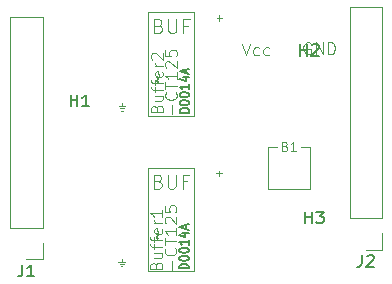
<source format=gbr>
%TF.GenerationSoftware,KiCad,Pcbnew,9.0.3*%
%TF.CreationDate,2025-08-21T17:44:14+02:00*%
%TF.ProjectId,Tri-State-Buffer,5472692d-5374-4617-9465-2d4275666665,rev?*%
%TF.SameCoordinates,Original*%
%TF.FileFunction,Legend,Top*%
%TF.FilePolarity,Positive*%
%FSLAX46Y46*%
G04 Gerber Fmt 4.6, Leading zero omitted, Abs format (unit mm)*
G04 Created by KiCad (PCBNEW 9.0.3) date 2025-08-21 17:44:14*
%MOMM*%
%LPD*%
G01*
G04 APERTURE LIST*
%ADD10C,0.150000*%
%ADD11C,0.100000*%
%ADD12C,0.120000*%
G04 APERTURE END LIST*
D10*
X58838095Y-49904819D02*
X58838095Y-48904819D01*
X58838095Y-49381009D02*
X59409523Y-49381009D01*
X59409523Y-49904819D02*
X59409523Y-48904819D01*
X59790476Y-48904819D02*
X60409523Y-48904819D01*
X60409523Y-48904819D02*
X60076190Y-49285771D01*
X60076190Y-49285771D02*
X60219047Y-49285771D01*
X60219047Y-49285771D02*
X60314285Y-49333390D01*
X60314285Y-49333390D02*
X60361904Y-49381009D01*
X60361904Y-49381009D02*
X60409523Y-49476247D01*
X60409523Y-49476247D02*
X60409523Y-49714342D01*
X60409523Y-49714342D02*
X60361904Y-49809580D01*
X60361904Y-49809580D02*
X60314285Y-49857200D01*
X60314285Y-49857200D02*
X60219047Y-49904819D01*
X60219047Y-49904819D02*
X59933333Y-49904819D01*
X59933333Y-49904819D02*
X59838095Y-49857200D01*
X59838095Y-49857200D02*
X59790476Y-49809580D01*
X58438095Y-35704819D02*
X58438095Y-34704819D01*
X58438095Y-35181009D02*
X59009523Y-35181009D01*
X59009523Y-35704819D02*
X59009523Y-34704819D01*
X59438095Y-34800057D02*
X59485714Y-34752438D01*
X59485714Y-34752438D02*
X59580952Y-34704819D01*
X59580952Y-34704819D02*
X59819047Y-34704819D01*
X59819047Y-34704819D02*
X59914285Y-34752438D01*
X59914285Y-34752438D02*
X59961904Y-34800057D01*
X59961904Y-34800057D02*
X60009523Y-34895295D01*
X60009523Y-34895295D02*
X60009523Y-34990533D01*
X60009523Y-34990533D02*
X59961904Y-35133390D01*
X59961904Y-35133390D02*
X59390476Y-35704819D01*
X59390476Y-35704819D02*
X60009523Y-35704819D01*
X38988095Y-40004819D02*
X38988095Y-39004819D01*
X38988095Y-39481009D02*
X39559523Y-39481009D01*
X39559523Y-40004819D02*
X39559523Y-39004819D01*
X40559523Y-40004819D02*
X39988095Y-40004819D01*
X40273809Y-40004819D02*
X40273809Y-39004819D01*
X40273809Y-39004819D02*
X40178571Y-39147676D01*
X40178571Y-39147676D02*
X40083333Y-39242914D01*
X40083333Y-39242914D02*
X39988095Y-39290533D01*
X63666666Y-52574819D02*
X63666666Y-53289104D01*
X63666666Y-53289104D02*
X63619047Y-53431961D01*
X63619047Y-53431961D02*
X63523809Y-53527200D01*
X63523809Y-53527200D02*
X63380952Y-53574819D01*
X63380952Y-53574819D02*
X63285714Y-53574819D01*
X64095238Y-52670057D02*
X64142857Y-52622438D01*
X64142857Y-52622438D02*
X64238095Y-52574819D01*
X64238095Y-52574819D02*
X64476190Y-52574819D01*
X64476190Y-52574819D02*
X64571428Y-52622438D01*
X64571428Y-52622438D02*
X64619047Y-52670057D01*
X64619047Y-52670057D02*
X64666666Y-52765295D01*
X64666666Y-52765295D02*
X64666666Y-52860533D01*
X64666666Y-52860533D02*
X64619047Y-53003390D01*
X64619047Y-53003390D02*
X64047619Y-53574819D01*
X64047619Y-53574819D02*
X64666666Y-53574819D01*
D11*
X59277693Y-34620038D02*
X59182455Y-34572419D01*
X59182455Y-34572419D02*
X59039598Y-34572419D01*
X59039598Y-34572419D02*
X58896741Y-34620038D01*
X58896741Y-34620038D02*
X58801503Y-34715276D01*
X58801503Y-34715276D02*
X58753884Y-34810514D01*
X58753884Y-34810514D02*
X58706265Y-35000990D01*
X58706265Y-35000990D02*
X58706265Y-35143847D01*
X58706265Y-35143847D02*
X58753884Y-35334323D01*
X58753884Y-35334323D02*
X58801503Y-35429561D01*
X58801503Y-35429561D02*
X58896741Y-35524800D01*
X58896741Y-35524800D02*
X59039598Y-35572419D01*
X59039598Y-35572419D02*
X59134836Y-35572419D01*
X59134836Y-35572419D02*
X59277693Y-35524800D01*
X59277693Y-35524800D02*
X59325312Y-35477180D01*
X59325312Y-35477180D02*
X59325312Y-35143847D01*
X59325312Y-35143847D02*
X59134836Y-35143847D01*
X59753884Y-35572419D02*
X59753884Y-34572419D01*
X59753884Y-34572419D02*
X60325312Y-35572419D01*
X60325312Y-35572419D02*
X60325312Y-34572419D01*
X60801503Y-35572419D02*
X60801503Y-34572419D01*
X60801503Y-34572419D02*
X61039598Y-34572419D01*
X61039598Y-34572419D02*
X61182455Y-34620038D01*
X61182455Y-34620038D02*
X61277693Y-34715276D01*
X61277693Y-34715276D02*
X61325312Y-34810514D01*
X61325312Y-34810514D02*
X61372931Y-35000990D01*
X61372931Y-35000990D02*
X61372931Y-35143847D01*
X61372931Y-35143847D02*
X61325312Y-35334323D01*
X61325312Y-35334323D02*
X61277693Y-35429561D01*
X61277693Y-35429561D02*
X61182455Y-35524800D01*
X61182455Y-35524800D02*
X61039598Y-35572419D01*
X61039598Y-35572419D02*
X60801503Y-35572419D01*
X53511027Y-34672419D02*
X53844360Y-35672419D01*
X53844360Y-35672419D02*
X54177693Y-34672419D01*
X54939598Y-35624800D02*
X54844360Y-35672419D01*
X54844360Y-35672419D02*
X54653884Y-35672419D01*
X54653884Y-35672419D02*
X54558646Y-35624800D01*
X54558646Y-35624800D02*
X54511027Y-35577180D01*
X54511027Y-35577180D02*
X54463408Y-35481942D01*
X54463408Y-35481942D02*
X54463408Y-35196228D01*
X54463408Y-35196228D02*
X54511027Y-35100990D01*
X54511027Y-35100990D02*
X54558646Y-35053371D01*
X54558646Y-35053371D02*
X54653884Y-35005752D01*
X54653884Y-35005752D02*
X54844360Y-35005752D01*
X54844360Y-35005752D02*
X54939598Y-35053371D01*
X55796741Y-35624800D02*
X55701503Y-35672419D01*
X55701503Y-35672419D02*
X55511027Y-35672419D01*
X55511027Y-35672419D02*
X55415789Y-35624800D01*
X55415789Y-35624800D02*
X55368170Y-35577180D01*
X55368170Y-35577180D02*
X55320551Y-35481942D01*
X55320551Y-35481942D02*
X55320551Y-35196228D01*
X55320551Y-35196228D02*
X55368170Y-35100990D01*
X55368170Y-35100990D02*
X55415789Y-35053371D01*
X55415789Y-35053371D02*
X55511027Y-35005752D01*
X55511027Y-35005752D02*
X55701503Y-35005752D01*
X55701503Y-35005752D02*
X55796741Y-35053371D01*
X46233609Y-53466667D02*
X46281228Y-53323810D01*
X46281228Y-53323810D02*
X46328847Y-53276191D01*
X46328847Y-53276191D02*
X46424085Y-53228572D01*
X46424085Y-53228572D02*
X46566942Y-53228572D01*
X46566942Y-53228572D02*
X46662180Y-53276191D01*
X46662180Y-53276191D02*
X46709800Y-53323810D01*
X46709800Y-53323810D02*
X46757419Y-53419048D01*
X46757419Y-53419048D02*
X46757419Y-53800000D01*
X46757419Y-53800000D02*
X45757419Y-53800000D01*
X45757419Y-53800000D02*
X45757419Y-53466667D01*
X45757419Y-53466667D02*
X45805038Y-53371429D01*
X45805038Y-53371429D02*
X45852657Y-53323810D01*
X45852657Y-53323810D02*
X45947895Y-53276191D01*
X45947895Y-53276191D02*
X46043133Y-53276191D01*
X46043133Y-53276191D02*
X46138371Y-53323810D01*
X46138371Y-53323810D02*
X46185990Y-53371429D01*
X46185990Y-53371429D02*
X46233609Y-53466667D01*
X46233609Y-53466667D02*
X46233609Y-53800000D01*
X46090752Y-52371429D02*
X46757419Y-52371429D01*
X46090752Y-52800000D02*
X46614561Y-52800000D01*
X46614561Y-52800000D02*
X46709800Y-52752381D01*
X46709800Y-52752381D02*
X46757419Y-52657143D01*
X46757419Y-52657143D02*
X46757419Y-52514286D01*
X46757419Y-52514286D02*
X46709800Y-52419048D01*
X46709800Y-52419048D02*
X46662180Y-52371429D01*
X46090752Y-52038095D02*
X46090752Y-51657143D01*
X46757419Y-51895238D02*
X45900276Y-51895238D01*
X45900276Y-51895238D02*
X45805038Y-51847619D01*
X45805038Y-51847619D02*
X45757419Y-51752381D01*
X45757419Y-51752381D02*
X45757419Y-51657143D01*
X46090752Y-51466666D02*
X46090752Y-51085714D01*
X46757419Y-51323809D02*
X45900276Y-51323809D01*
X45900276Y-51323809D02*
X45805038Y-51276190D01*
X45805038Y-51276190D02*
X45757419Y-51180952D01*
X45757419Y-51180952D02*
X45757419Y-51085714D01*
X46709800Y-50371428D02*
X46757419Y-50466666D01*
X46757419Y-50466666D02*
X46757419Y-50657142D01*
X46757419Y-50657142D02*
X46709800Y-50752380D01*
X46709800Y-50752380D02*
X46614561Y-50799999D01*
X46614561Y-50799999D02*
X46233609Y-50799999D01*
X46233609Y-50799999D02*
X46138371Y-50752380D01*
X46138371Y-50752380D02*
X46090752Y-50657142D01*
X46090752Y-50657142D02*
X46090752Y-50466666D01*
X46090752Y-50466666D02*
X46138371Y-50371428D01*
X46138371Y-50371428D02*
X46233609Y-50323809D01*
X46233609Y-50323809D02*
X46328847Y-50323809D01*
X46328847Y-50323809D02*
X46424085Y-50799999D01*
X46757419Y-49895237D02*
X46090752Y-49895237D01*
X46281228Y-49895237D02*
X46185990Y-49847618D01*
X46185990Y-49847618D02*
X46138371Y-49799999D01*
X46138371Y-49799999D02*
X46090752Y-49704761D01*
X46090752Y-49704761D02*
X46090752Y-49609523D01*
X46757419Y-48752380D02*
X46757419Y-49323808D01*
X46757419Y-49038094D02*
X45757419Y-49038094D01*
X45757419Y-49038094D02*
X45900276Y-49133332D01*
X45900276Y-49133332D02*
X45995514Y-49228570D01*
X45995514Y-49228570D02*
X46043133Y-49323808D01*
D10*
X46374866Y-51198904D02*
X46327247Y-51151285D01*
X46327247Y-51151285D02*
X46279628Y-51056047D01*
X46279628Y-51056047D02*
X46374866Y-50865571D01*
X46374866Y-50865571D02*
X46327247Y-50770333D01*
X46327247Y-50770333D02*
X46279628Y-50722714D01*
D11*
X47570466Y-53808115D02*
X47570466Y-53046211D01*
X47856180Y-51998592D02*
X47903800Y-52046211D01*
X47903800Y-52046211D02*
X47951419Y-52189068D01*
X47951419Y-52189068D02*
X47951419Y-52284306D01*
X47951419Y-52284306D02*
X47903800Y-52427163D01*
X47903800Y-52427163D02*
X47808561Y-52522401D01*
X47808561Y-52522401D02*
X47713323Y-52570020D01*
X47713323Y-52570020D02*
X47522847Y-52617639D01*
X47522847Y-52617639D02*
X47379990Y-52617639D01*
X47379990Y-52617639D02*
X47189514Y-52570020D01*
X47189514Y-52570020D02*
X47094276Y-52522401D01*
X47094276Y-52522401D02*
X46999038Y-52427163D01*
X46999038Y-52427163D02*
X46951419Y-52284306D01*
X46951419Y-52284306D02*
X46951419Y-52189068D01*
X46951419Y-52189068D02*
X46999038Y-52046211D01*
X46999038Y-52046211D02*
X47046657Y-51998592D01*
X46951419Y-51712877D02*
X46951419Y-51141449D01*
X47951419Y-51427163D02*
X46951419Y-51427163D01*
X47951419Y-50284306D02*
X47951419Y-50855734D01*
X47951419Y-50570020D02*
X46951419Y-50570020D01*
X46951419Y-50570020D02*
X47094276Y-50665258D01*
X47094276Y-50665258D02*
X47189514Y-50760496D01*
X47189514Y-50760496D02*
X47237133Y-50855734D01*
X47046657Y-49903353D02*
X46999038Y-49855734D01*
X46999038Y-49855734D02*
X46951419Y-49760496D01*
X46951419Y-49760496D02*
X46951419Y-49522401D01*
X46951419Y-49522401D02*
X46999038Y-49427163D01*
X46999038Y-49427163D02*
X47046657Y-49379544D01*
X47046657Y-49379544D02*
X47141895Y-49331925D01*
X47141895Y-49331925D02*
X47237133Y-49331925D01*
X47237133Y-49331925D02*
X47379990Y-49379544D01*
X47379990Y-49379544D02*
X47951419Y-49950972D01*
X47951419Y-49950972D02*
X47951419Y-49331925D01*
X46951419Y-48427163D02*
X46951419Y-48903353D01*
X46951419Y-48903353D02*
X47427609Y-48950972D01*
X47427609Y-48950972D02*
X47379990Y-48903353D01*
X47379990Y-48903353D02*
X47332371Y-48808115D01*
X47332371Y-48808115D02*
X47332371Y-48570020D01*
X47332371Y-48570020D02*
X47379990Y-48474782D01*
X47379990Y-48474782D02*
X47427609Y-48427163D01*
X47427609Y-48427163D02*
X47522847Y-48379544D01*
X47522847Y-48379544D02*
X47760942Y-48379544D01*
X47760942Y-48379544D02*
X47856180Y-48427163D01*
X47856180Y-48427163D02*
X47903800Y-48474782D01*
X47903800Y-48474782D02*
X47951419Y-48570020D01*
X47951419Y-48570020D02*
X47951419Y-48808115D01*
X47951419Y-48808115D02*
X47903800Y-48903353D01*
X47903800Y-48903353D02*
X47856180Y-48950972D01*
D10*
X48989295Y-53719649D02*
X48189295Y-53719649D01*
X48189295Y-53719649D02*
X48189295Y-53552982D01*
X48189295Y-53552982D02*
X48227390Y-53452982D01*
X48227390Y-53452982D02*
X48303580Y-53386316D01*
X48303580Y-53386316D02*
X48379771Y-53352982D01*
X48379771Y-53352982D02*
X48532152Y-53319649D01*
X48532152Y-53319649D02*
X48646438Y-53319649D01*
X48646438Y-53319649D02*
X48798819Y-53352982D01*
X48798819Y-53352982D02*
X48875009Y-53386316D01*
X48875009Y-53386316D02*
X48951200Y-53452982D01*
X48951200Y-53452982D02*
X48989295Y-53552982D01*
X48989295Y-53552982D02*
X48989295Y-53719649D01*
X48189295Y-52886316D02*
X48189295Y-52819649D01*
X48189295Y-52819649D02*
X48227390Y-52752982D01*
X48227390Y-52752982D02*
X48265485Y-52719649D01*
X48265485Y-52719649D02*
X48341676Y-52686316D01*
X48341676Y-52686316D02*
X48494057Y-52652982D01*
X48494057Y-52652982D02*
X48684533Y-52652982D01*
X48684533Y-52652982D02*
X48836914Y-52686316D01*
X48836914Y-52686316D02*
X48913104Y-52719649D01*
X48913104Y-52719649D02*
X48951200Y-52752982D01*
X48951200Y-52752982D02*
X48989295Y-52819649D01*
X48989295Y-52819649D02*
X48989295Y-52886316D01*
X48989295Y-52886316D02*
X48951200Y-52952982D01*
X48951200Y-52952982D02*
X48913104Y-52986316D01*
X48913104Y-52986316D02*
X48836914Y-53019649D01*
X48836914Y-53019649D02*
X48684533Y-53052982D01*
X48684533Y-53052982D02*
X48494057Y-53052982D01*
X48494057Y-53052982D02*
X48341676Y-53019649D01*
X48341676Y-53019649D02*
X48265485Y-52986316D01*
X48265485Y-52986316D02*
X48227390Y-52952982D01*
X48227390Y-52952982D02*
X48189295Y-52886316D01*
X48189295Y-52219649D02*
X48189295Y-52152982D01*
X48189295Y-52152982D02*
X48227390Y-52086315D01*
X48227390Y-52086315D02*
X48265485Y-52052982D01*
X48265485Y-52052982D02*
X48341676Y-52019649D01*
X48341676Y-52019649D02*
X48494057Y-51986315D01*
X48494057Y-51986315D02*
X48684533Y-51986315D01*
X48684533Y-51986315D02*
X48836914Y-52019649D01*
X48836914Y-52019649D02*
X48913104Y-52052982D01*
X48913104Y-52052982D02*
X48951200Y-52086315D01*
X48951200Y-52086315D02*
X48989295Y-52152982D01*
X48989295Y-52152982D02*
X48989295Y-52219649D01*
X48989295Y-52219649D02*
X48951200Y-52286315D01*
X48951200Y-52286315D02*
X48913104Y-52319649D01*
X48913104Y-52319649D02*
X48836914Y-52352982D01*
X48836914Y-52352982D02*
X48684533Y-52386315D01*
X48684533Y-52386315D02*
X48494057Y-52386315D01*
X48494057Y-52386315D02*
X48341676Y-52352982D01*
X48341676Y-52352982D02*
X48265485Y-52319649D01*
X48265485Y-52319649D02*
X48227390Y-52286315D01*
X48227390Y-52286315D02*
X48189295Y-52219649D01*
X48989295Y-51319648D02*
X48989295Y-51719648D01*
X48989295Y-51519648D02*
X48189295Y-51519648D01*
X48189295Y-51519648D02*
X48303580Y-51586315D01*
X48303580Y-51586315D02*
X48379771Y-51652982D01*
X48379771Y-51652982D02*
X48417866Y-51719648D01*
X48455961Y-50719648D02*
X48989295Y-50719648D01*
X48151200Y-50886315D02*
X48722628Y-51052981D01*
X48722628Y-51052981D02*
X48722628Y-50619648D01*
X48760723Y-50386314D02*
X48760723Y-50052981D01*
X48989295Y-50452981D02*
X48189295Y-50219648D01*
X48189295Y-50219648D02*
X48989295Y-49986314D01*
D11*
X43023503Y-53182514D02*
X43594931Y-53182514D01*
X43137789Y-53353942D02*
X43480646Y-53353942D01*
X43309217Y-52925371D02*
X43309217Y-53182514D01*
X43366360Y-53525371D02*
X43252074Y-53525371D01*
X46417503Y-46346371D02*
X46588931Y-46403514D01*
X46588931Y-46403514D02*
X46646074Y-46460657D01*
X46646074Y-46460657D02*
X46703217Y-46574942D01*
X46703217Y-46574942D02*
X46703217Y-46746371D01*
X46703217Y-46746371D02*
X46646074Y-46860657D01*
X46646074Y-46860657D02*
X46588931Y-46917800D01*
X46588931Y-46917800D02*
X46474646Y-46974942D01*
X46474646Y-46974942D02*
X46017503Y-46974942D01*
X46017503Y-46974942D02*
X46017503Y-45774942D01*
X46017503Y-45774942D02*
X46417503Y-45774942D01*
X46417503Y-45774942D02*
X46531789Y-45832085D01*
X46531789Y-45832085D02*
X46588931Y-45889228D01*
X46588931Y-45889228D02*
X46646074Y-46003514D01*
X46646074Y-46003514D02*
X46646074Y-46117800D01*
X46646074Y-46117800D02*
X46588931Y-46232085D01*
X46588931Y-46232085D02*
X46531789Y-46289228D01*
X46531789Y-46289228D02*
X46417503Y-46346371D01*
X46417503Y-46346371D02*
X46017503Y-46346371D01*
X47217503Y-45774942D02*
X47217503Y-46746371D01*
X47217503Y-46746371D02*
X47274646Y-46860657D01*
X47274646Y-46860657D02*
X47331789Y-46917800D01*
X47331789Y-46917800D02*
X47446074Y-46974942D01*
X47446074Y-46974942D02*
X47674646Y-46974942D01*
X47674646Y-46974942D02*
X47788931Y-46917800D01*
X47788931Y-46917800D02*
X47846074Y-46860657D01*
X47846074Y-46860657D02*
X47903217Y-46746371D01*
X47903217Y-46746371D02*
X47903217Y-45774942D01*
X48874646Y-46346371D02*
X48474646Y-46346371D01*
X48474646Y-46974942D02*
X48474646Y-45774942D01*
X48474646Y-45774942D02*
X49046074Y-45774942D01*
X51335646Y-45676800D02*
X51792789Y-45676800D01*
X51564217Y-45905371D02*
X51564217Y-45448228D01*
D10*
X34916666Y-53384819D02*
X34916666Y-54099104D01*
X34916666Y-54099104D02*
X34869047Y-54241961D01*
X34869047Y-54241961D02*
X34773809Y-54337200D01*
X34773809Y-54337200D02*
X34630952Y-54384819D01*
X34630952Y-54384819D02*
X34535714Y-54384819D01*
X35916666Y-54384819D02*
X35345238Y-54384819D01*
X35630952Y-54384819D02*
X35630952Y-53384819D01*
X35630952Y-53384819D02*
X35535714Y-53527676D01*
X35535714Y-53527676D02*
X35440476Y-53622914D01*
X35440476Y-53622914D02*
X35345238Y-53670533D01*
D11*
X46283609Y-40171667D02*
X46331228Y-40028810D01*
X46331228Y-40028810D02*
X46378847Y-39981191D01*
X46378847Y-39981191D02*
X46474085Y-39933572D01*
X46474085Y-39933572D02*
X46616942Y-39933572D01*
X46616942Y-39933572D02*
X46712180Y-39981191D01*
X46712180Y-39981191D02*
X46759800Y-40028810D01*
X46759800Y-40028810D02*
X46807419Y-40124048D01*
X46807419Y-40124048D02*
X46807419Y-40505000D01*
X46807419Y-40505000D02*
X45807419Y-40505000D01*
X45807419Y-40505000D02*
X45807419Y-40171667D01*
X45807419Y-40171667D02*
X45855038Y-40076429D01*
X45855038Y-40076429D02*
X45902657Y-40028810D01*
X45902657Y-40028810D02*
X45997895Y-39981191D01*
X45997895Y-39981191D02*
X46093133Y-39981191D01*
X46093133Y-39981191D02*
X46188371Y-40028810D01*
X46188371Y-40028810D02*
X46235990Y-40076429D01*
X46235990Y-40076429D02*
X46283609Y-40171667D01*
X46283609Y-40171667D02*
X46283609Y-40505000D01*
X46140752Y-39076429D02*
X46807419Y-39076429D01*
X46140752Y-39505000D02*
X46664561Y-39505000D01*
X46664561Y-39505000D02*
X46759800Y-39457381D01*
X46759800Y-39457381D02*
X46807419Y-39362143D01*
X46807419Y-39362143D02*
X46807419Y-39219286D01*
X46807419Y-39219286D02*
X46759800Y-39124048D01*
X46759800Y-39124048D02*
X46712180Y-39076429D01*
X46140752Y-38743095D02*
X46140752Y-38362143D01*
X46807419Y-38600238D02*
X45950276Y-38600238D01*
X45950276Y-38600238D02*
X45855038Y-38552619D01*
X45855038Y-38552619D02*
X45807419Y-38457381D01*
X45807419Y-38457381D02*
X45807419Y-38362143D01*
X46140752Y-38171666D02*
X46140752Y-37790714D01*
X46807419Y-38028809D02*
X45950276Y-38028809D01*
X45950276Y-38028809D02*
X45855038Y-37981190D01*
X45855038Y-37981190D02*
X45807419Y-37885952D01*
X45807419Y-37885952D02*
X45807419Y-37790714D01*
X46759800Y-37076428D02*
X46807419Y-37171666D01*
X46807419Y-37171666D02*
X46807419Y-37362142D01*
X46807419Y-37362142D02*
X46759800Y-37457380D01*
X46759800Y-37457380D02*
X46664561Y-37504999D01*
X46664561Y-37504999D02*
X46283609Y-37504999D01*
X46283609Y-37504999D02*
X46188371Y-37457380D01*
X46188371Y-37457380D02*
X46140752Y-37362142D01*
X46140752Y-37362142D02*
X46140752Y-37171666D01*
X46140752Y-37171666D02*
X46188371Y-37076428D01*
X46188371Y-37076428D02*
X46283609Y-37028809D01*
X46283609Y-37028809D02*
X46378847Y-37028809D01*
X46378847Y-37028809D02*
X46474085Y-37504999D01*
X46807419Y-36600237D02*
X46140752Y-36600237D01*
X46331228Y-36600237D02*
X46235990Y-36552618D01*
X46235990Y-36552618D02*
X46188371Y-36504999D01*
X46188371Y-36504999D02*
X46140752Y-36409761D01*
X46140752Y-36409761D02*
X46140752Y-36314523D01*
X45902657Y-36028808D02*
X45855038Y-35981189D01*
X45855038Y-35981189D02*
X45807419Y-35885951D01*
X45807419Y-35885951D02*
X45807419Y-35647856D01*
X45807419Y-35647856D02*
X45855038Y-35552618D01*
X45855038Y-35552618D02*
X45902657Y-35504999D01*
X45902657Y-35504999D02*
X45997895Y-35457380D01*
X45997895Y-35457380D02*
X46093133Y-35457380D01*
X46093133Y-35457380D02*
X46235990Y-35504999D01*
X46235990Y-35504999D02*
X46807419Y-36076427D01*
X46807419Y-36076427D02*
X46807419Y-35457380D01*
D10*
X46409866Y-38018904D02*
X46362247Y-37971285D01*
X46362247Y-37971285D02*
X46314628Y-37876047D01*
X46314628Y-37876047D02*
X46409866Y-37685571D01*
X46409866Y-37685571D02*
X46362247Y-37590333D01*
X46362247Y-37590333D02*
X46314628Y-37542714D01*
X49024295Y-40539649D02*
X48224295Y-40539649D01*
X48224295Y-40539649D02*
X48224295Y-40372982D01*
X48224295Y-40372982D02*
X48262390Y-40272982D01*
X48262390Y-40272982D02*
X48338580Y-40206316D01*
X48338580Y-40206316D02*
X48414771Y-40172982D01*
X48414771Y-40172982D02*
X48567152Y-40139649D01*
X48567152Y-40139649D02*
X48681438Y-40139649D01*
X48681438Y-40139649D02*
X48833819Y-40172982D01*
X48833819Y-40172982D02*
X48910009Y-40206316D01*
X48910009Y-40206316D02*
X48986200Y-40272982D01*
X48986200Y-40272982D02*
X49024295Y-40372982D01*
X49024295Y-40372982D02*
X49024295Y-40539649D01*
X48224295Y-39706316D02*
X48224295Y-39639649D01*
X48224295Y-39639649D02*
X48262390Y-39572982D01*
X48262390Y-39572982D02*
X48300485Y-39539649D01*
X48300485Y-39539649D02*
X48376676Y-39506316D01*
X48376676Y-39506316D02*
X48529057Y-39472982D01*
X48529057Y-39472982D02*
X48719533Y-39472982D01*
X48719533Y-39472982D02*
X48871914Y-39506316D01*
X48871914Y-39506316D02*
X48948104Y-39539649D01*
X48948104Y-39539649D02*
X48986200Y-39572982D01*
X48986200Y-39572982D02*
X49024295Y-39639649D01*
X49024295Y-39639649D02*
X49024295Y-39706316D01*
X49024295Y-39706316D02*
X48986200Y-39772982D01*
X48986200Y-39772982D02*
X48948104Y-39806316D01*
X48948104Y-39806316D02*
X48871914Y-39839649D01*
X48871914Y-39839649D02*
X48719533Y-39872982D01*
X48719533Y-39872982D02*
X48529057Y-39872982D01*
X48529057Y-39872982D02*
X48376676Y-39839649D01*
X48376676Y-39839649D02*
X48300485Y-39806316D01*
X48300485Y-39806316D02*
X48262390Y-39772982D01*
X48262390Y-39772982D02*
X48224295Y-39706316D01*
X48224295Y-39039649D02*
X48224295Y-38972982D01*
X48224295Y-38972982D02*
X48262390Y-38906315D01*
X48262390Y-38906315D02*
X48300485Y-38872982D01*
X48300485Y-38872982D02*
X48376676Y-38839649D01*
X48376676Y-38839649D02*
X48529057Y-38806315D01*
X48529057Y-38806315D02*
X48719533Y-38806315D01*
X48719533Y-38806315D02*
X48871914Y-38839649D01*
X48871914Y-38839649D02*
X48948104Y-38872982D01*
X48948104Y-38872982D02*
X48986200Y-38906315D01*
X48986200Y-38906315D02*
X49024295Y-38972982D01*
X49024295Y-38972982D02*
X49024295Y-39039649D01*
X49024295Y-39039649D02*
X48986200Y-39106315D01*
X48986200Y-39106315D02*
X48948104Y-39139649D01*
X48948104Y-39139649D02*
X48871914Y-39172982D01*
X48871914Y-39172982D02*
X48719533Y-39206315D01*
X48719533Y-39206315D02*
X48529057Y-39206315D01*
X48529057Y-39206315D02*
X48376676Y-39172982D01*
X48376676Y-39172982D02*
X48300485Y-39139649D01*
X48300485Y-39139649D02*
X48262390Y-39106315D01*
X48262390Y-39106315D02*
X48224295Y-39039649D01*
X49024295Y-38139648D02*
X49024295Y-38539648D01*
X49024295Y-38339648D02*
X48224295Y-38339648D01*
X48224295Y-38339648D02*
X48338580Y-38406315D01*
X48338580Y-38406315D02*
X48414771Y-38472982D01*
X48414771Y-38472982D02*
X48452866Y-38539648D01*
X48490961Y-37539648D02*
X49024295Y-37539648D01*
X48186200Y-37706315D02*
X48757628Y-37872981D01*
X48757628Y-37872981D02*
X48757628Y-37439648D01*
X48795723Y-37206314D02*
X48795723Y-36872981D01*
X49024295Y-37272981D02*
X48224295Y-37039648D01*
X48224295Y-37039648D02*
X49024295Y-36806314D01*
D11*
X51370646Y-32496800D02*
X51827789Y-32496800D01*
X51599217Y-32725371D02*
X51599217Y-32268228D01*
X46452503Y-33166371D02*
X46623931Y-33223514D01*
X46623931Y-33223514D02*
X46681074Y-33280657D01*
X46681074Y-33280657D02*
X46738217Y-33394942D01*
X46738217Y-33394942D02*
X46738217Y-33566371D01*
X46738217Y-33566371D02*
X46681074Y-33680657D01*
X46681074Y-33680657D02*
X46623931Y-33737800D01*
X46623931Y-33737800D02*
X46509646Y-33794942D01*
X46509646Y-33794942D02*
X46052503Y-33794942D01*
X46052503Y-33794942D02*
X46052503Y-32594942D01*
X46052503Y-32594942D02*
X46452503Y-32594942D01*
X46452503Y-32594942D02*
X46566789Y-32652085D01*
X46566789Y-32652085D02*
X46623931Y-32709228D01*
X46623931Y-32709228D02*
X46681074Y-32823514D01*
X46681074Y-32823514D02*
X46681074Y-32937800D01*
X46681074Y-32937800D02*
X46623931Y-33052085D01*
X46623931Y-33052085D02*
X46566789Y-33109228D01*
X46566789Y-33109228D02*
X46452503Y-33166371D01*
X46452503Y-33166371D02*
X46052503Y-33166371D01*
X47252503Y-32594942D02*
X47252503Y-33566371D01*
X47252503Y-33566371D02*
X47309646Y-33680657D01*
X47309646Y-33680657D02*
X47366789Y-33737800D01*
X47366789Y-33737800D02*
X47481074Y-33794942D01*
X47481074Y-33794942D02*
X47709646Y-33794942D01*
X47709646Y-33794942D02*
X47823931Y-33737800D01*
X47823931Y-33737800D02*
X47881074Y-33680657D01*
X47881074Y-33680657D02*
X47938217Y-33566371D01*
X47938217Y-33566371D02*
X47938217Y-32594942D01*
X48909646Y-33166371D02*
X48509646Y-33166371D01*
X48509646Y-33794942D02*
X48509646Y-32594942D01*
X48509646Y-32594942D02*
X49081074Y-32594942D01*
X43058503Y-40002514D02*
X43629931Y-40002514D01*
X43172789Y-40173942D02*
X43515646Y-40173942D01*
X43344217Y-39745371D02*
X43344217Y-40002514D01*
X43401360Y-40345371D02*
X43287074Y-40345371D01*
X47605466Y-40628115D02*
X47605466Y-39866211D01*
X47891180Y-38818592D02*
X47938800Y-38866211D01*
X47938800Y-38866211D02*
X47986419Y-39009068D01*
X47986419Y-39009068D02*
X47986419Y-39104306D01*
X47986419Y-39104306D02*
X47938800Y-39247163D01*
X47938800Y-39247163D02*
X47843561Y-39342401D01*
X47843561Y-39342401D02*
X47748323Y-39390020D01*
X47748323Y-39390020D02*
X47557847Y-39437639D01*
X47557847Y-39437639D02*
X47414990Y-39437639D01*
X47414990Y-39437639D02*
X47224514Y-39390020D01*
X47224514Y-39390020D02*
X47129276Y-39342401D01*
X47129276Y-39342401D02*
X47034038Y-39247163D01*
X47034038Y-39247163D02*
X46986419Y-39104306D01*
X46986419Y-39104306D02*
X46986419Y-39009068D01*
X46986419Y-39009068D02*
X47034038Y-38866211D01*
X47034038Y-38866211D02*
X47081657Y-38818592D01*
X46986419Y-38532877D02*
X46986419Y-37961449D01*
X47986419Y-38247163D02*
X46986419Y-38247163D01*
X47986419Y-37104306D02*
X47986419Y-37675734D01*
X47986419Y-37390020D02*
X46986419Y-37390020D01*
X46986419Y-37390020D02*
X47129276Y-37485258D01*
X47129276Y-37485258D02*
X47224514Y-37580496D01*
X47224514Y-37580496D02*
X47272133Y-37675734D01*
X47081657Y-36723353D02*
X47034038Y-36675734D01*
X47034038Y-36675734D02*
X46986419Y-36580496D01*
X46986419Y-36580496D02*
X46986419Y-36342401D01*
X46986419Y-36342401D02*
X47034038Y-36247163D01*
X47034038Y-36247163D02*
X47081657Y-36199544D01*
X47081657Y-36199544D02*
X47176895Y-36151925D01*
X47176895Y-36151925D02*
X47272133Y-36151925D01*
X47272133Y-36151925D02*
X47414990Y-36199544D01*
X47414990Y-36199544D02*
X47986419Y-36770972D01*
X47986419Y-36770972D02*
X47986419Y-36151925D01*
X46986419Y-35247163D02*
X46986419Y-35723353D01*
X46986419Y-35723353D02*
X47462609Y-35770972D01*
X47462609Y-35770972D02*
X47414990Y-35723353D01*
X47414990Y-35723353D02*
X47367371Y-35628115D01*
X47367371Y-35628115D02*
X47367371Y-35390020D01*
X47367371Y-35390020D02*
X47414990Y-35294782D01*
X47414990Y-35294782D02*
X47462609Y-35247163D01*
X47462609Y-35247163D02*
X47557847Y-35199544D01*
X47557847Y-35199544D02*
X47795942Y-35199544D01*
X47795942Y-35199544D02*
X47891180Y-35247163D01*
X47891180Y-35247163D02*
X47938800Y-35294782D01*
X47938800Y-35294782D02*
X47986419Y-35390020D01*
X47986419Y-35390020D02*
X47986419Y-35628115D01*
X47986419Y-35628115D02*
X47938800Y-35723353D01*
X47938800Y-35723353D02*
X47891180Y-35770972D01*
X57126190Y-43367847D02*
X57240476Y-43405942D01*
X57240476Y-43405942D02*
X57278571Y-43444038D01*
X57278571Y-43444038D02*
X57316667Y-43520228D01*
X57316667Y-43520228D02*
X57316667Y-43634514D01*
X57316667Y-43634514D02*
X57278571Y-43710704D01*
X57278571Y-43710704D02*
X57240476Y-43748800D01*
X57240476Y-43748800D02*
X57164286Y-43786895D01*
X57164286Y-43786895D02*
X56859524Y-43786895D01*
X56859524Y-43786895D02*
X56859524Y-42986895D01*
X56859524Y-42986895D02*
X57126190Y-42986895D01*
X57126190Y-42986895D02*
X57202381Y-43024990D01*
X57202381Y-43024990D02*
X57240476Y-43063085D01*
X57240476Y-43063085D02*
X57278571Y-43139276D01*
X57278571Y-43139276D02*
X57278571Y-43215466D01*
X57278571Y-43215466D02*
X57240476Y-43291657D01*
X57240476Y-43291657D02*
X57202381Y-43329752D01*
X57202381Y-43329752D02*
X57126190Y-43367847D01*
X57126190Y-43367847D02*
X56859524Y-43367847D01*
X58078571Y-43786895D02*
X57621428Y-43786895D01*
X57850000Y-43786895D02*
X57850000Y-42986895D01*
X57850000Y-42986895D02*
X57773809Y-43101180D01*
X57773809Y-43101180D02*
X57697619Y-43177371D01*
X57697619Y-43177371D02*
X57621428Y-43215466D01*
D12*
%TO.C,J2*%
X62620000Y-49470000D02*
X62620000Y-31580000D01*
X65380000Y-31580000D02*
X62620000Y-31580000D01*
X65380000Y-49470000D02*
X62620000Y-49470000D01*
X65380000Y-49470000D02*
X65380000Y-31580000D01*
X65380000Y-50740000D02*
X65380000Y-52120000D01*
X65380000Y-52120000D02*
X64000000Y-52120000D01*
%TO.C,Buffer1*%
D11*
X45539000Y-45222000D02*
X49439000Y-45222000D01*
X49439000Y-53972000D01*
X45539000Y-53972000D01*
X45539000Y-45222000D01*
D12*
%TO.C,J1*%
X33870000Y-50280000D02*
X33870000Y-32390000D01*
X36630000Y-32390000D02*
X33870000Y-32390000D01*
X36630000Y-50280000D02*
X33870000Y-50280000D01*
X36630000Y-50280000D02*
X36630000Y-32390000D01*
X36630000Y-51550000D02*
X36630000Y-52930000D01*
X36630000Y-52930000D02*
X35250000Y-52930000D01*
%TO.C,Buffer2*%
D11*
X45574000Y-32042000D02*
X49474000Y-32042000D01*
X49474000Y-40792000D01*
X45574000Y-40792000D01*
X45574000Y-32042000D01*
%TO.C,B1*%
X55672000Y-43422000D02*
X55672000Y-46724000D01*
X55672000Y-46724000D02*
X55672000Y-46978000D01*
X55672000Y-46978000D02*
X59228000Y-46978000D01*
X56434000Y-43422000D02*
X55672000Y-43422000D01*
X59228000Y-43422000D02*
X58466000Y-43422000D01*
X59228000Y-46978000D02*
X59228000Y-43422000D01*
%TD*%
M02*

</source>
